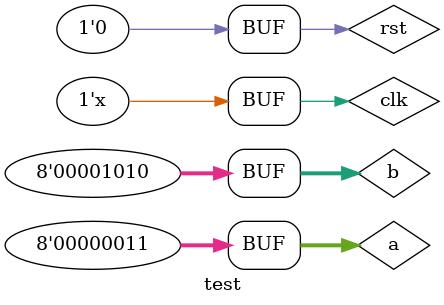
<source format=v>
module test;

localparam W=8;

reg clk, rst;

reg [W-1:0] a,b;
wire done;
wire [W-1:0] quotient, remainder;

divider #(W) myDiv( a, b,clk, rst, done, quotient, remainder);

always begin
  # 2 clk = ~clk;
end

initial begin

  clk = 0; rst = 0;
  #1 rst = 1;
  #3 rst = 0;
     a = 3;
     b = 10;
end
endmodule

</source>
